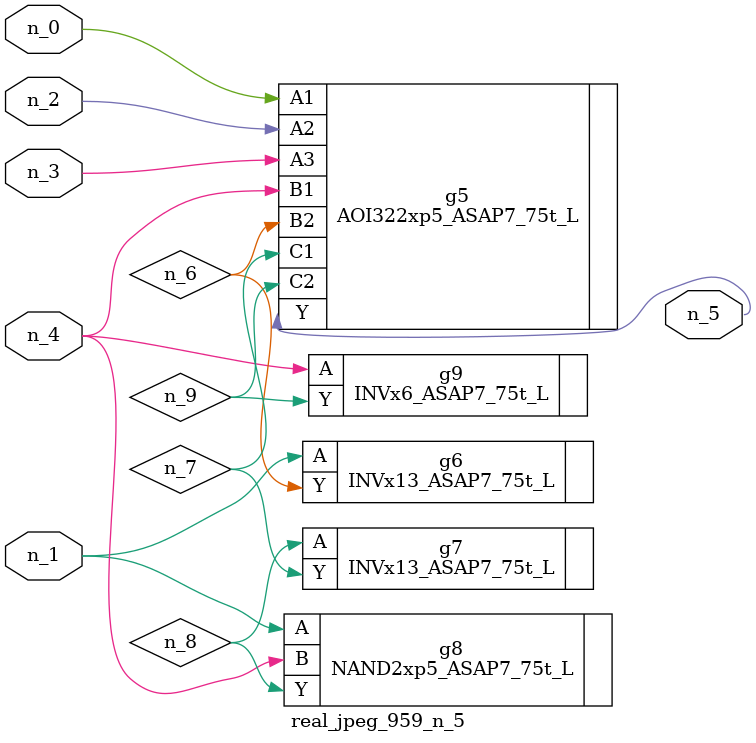
<source format=v>
module real_jpeg_959_n_5 (n_4, n_0, n_1, n_2, n_3, n_5);

input n_4;
input n_0;
input n_1;
input n_2;
input n_3;

output n_5;

wire n_8;
wire n_6;
wire n_7;
wire n_9;

AOI322xp5_ASAP7_75t_L g5 ( 
.A1(n_0),
.A2(n_2),
.A3(n_3),
.B1(n_4),
.B2(n_6),
.C1(n_7),
.C2(n_9),
.Y(n_5)
);

INVx13_ASAP7_75t_L g6 ( 
.A(n_1),
.Y(n_6)
);

NAND2xp5_ASAP7_75t_L g8 ( 
.A(n_1),
.B(n_4),
.Y(n_8)
);

INVx6_ASAP7_75t_L g9 ( 
.A(n_4),
.Y(n_9)
);

INVx13_ASAP7_75t_L g7 ( 
.A(n_8),
.Y(n_7)
);


endmodule
</source>
